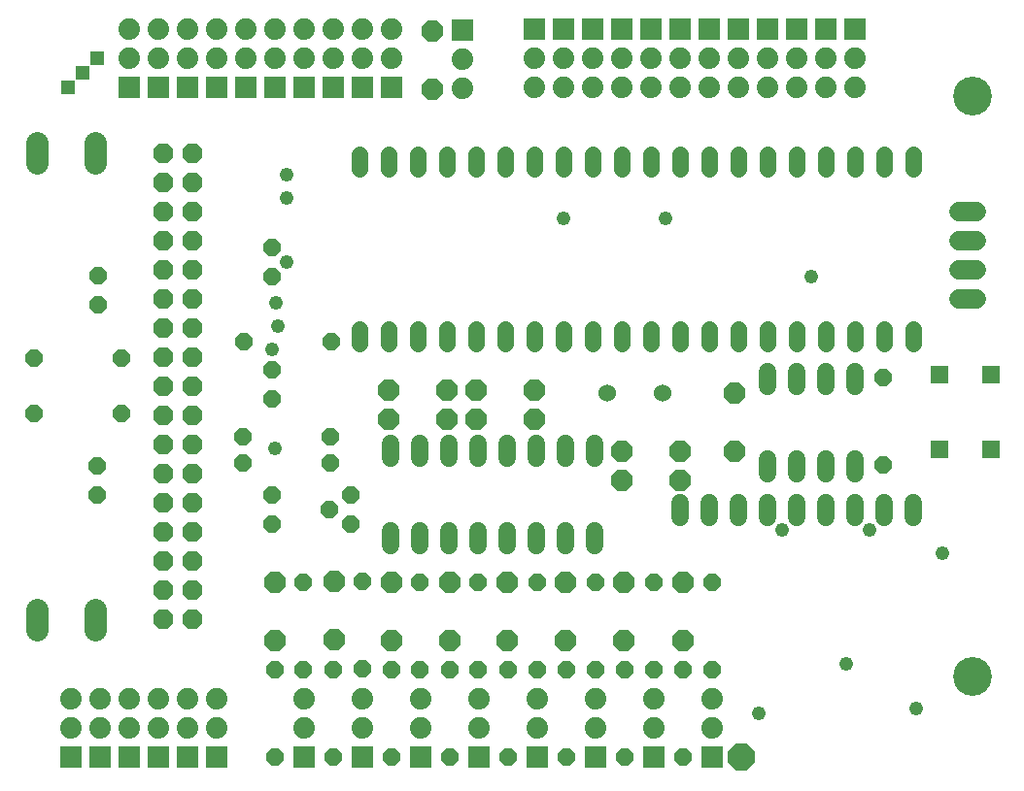
<source format=gbs>
G75*
%MOIN*%
%OFA0B0*%
%FSLAX25Y25*%
%IPPOS*%
%LPD*%
%AMOC8*
5,1,8,0,0,1.08239X$1,22.5*
%
%ADD10R,0.07400X0.07400*%
%ADD11C,0.07400*%
%ADD12C,0.06000*%
%ADD13OC8,0.07100*%
%ADD14C,0.07800*%
%ADD15OC8,0.06000*%
%ADD16C,0.05800*%
%ADD17C,0.06000*%
%ADD18OC8,0.06800*%
%ADD19C,0.13300*%
%ADD20C,0.06737*%
%ADD21R,0.05950X0.05950*%
%ADD22OC8,0.09300*%
%ADD23C,0.04762*%
%ADD24R,0.04762X0.04762*%
D10*
X0053360Y0031920D03*
X0063360Y0031920D03*
X0073360Y0031920D03*
X0083360Y0031920D03*
X0093360Y0031920D03*
X0103360Y0031920D03*
X0133360Y0031920D03*
X0153360Y0031920D03*
X0173360Y0031920D03*
X0193360Y0031920D03*
X0213360Y0031920D03*
X0233360Y0031920D03*
X0253360Y0031920D03*
X0273360Y0031920D03*
X0163360Y0261920D03*
X0153360Y0261920D03*
X0143360Y0261920D03*
X0133360Y0261920D03*
X0123360Y0261920D03*
X0113360Y0261920D03*
X0103360Y0261920D03*
X0093360Y0261920D03*
X0083360Y0261920D03*
X0073360Y0261920D03*
X0187660Y0281720D03*
X0212360Y0281920D03*
X0222360Y0281920D03*
X0232360Y0281920D03*
X0242360Y0281920D03*
X0252360Y0281920D03*
X0262360Y0281920D03*
X0272360Y0281920D03*
X0282360Y0281920D03*
X0292360Y0281920D03*
X0302360Y0281920D03*
X0312360Y0281920D03*
X0322360Y0281920D03*
D11*
X0322360Y0271920D03*
X0312360Y0271920D03*
X0312360Y0261920D03*
X0322360Y0261920D03*
X0302360Y0261920D03*
X0292360Y0261920D03*
X0282360Y0261920D03*
X0272360Y0261920D03*
X0262360Y0261920D03*
X0252360Y0261920D03*
X0242360Y0261920D03*
X0232360Y0261920D03*
X0222360Y0261920D03*
X0212360Y0261920D03*
X0212360Y0271920D03*
X0222360Y0271920D03*
X0232360Y0271920D03*
X0242360Y0271920D03*
X0252360Y0271920D03*
X0262360Y0271920D03*
X0272360Y0271920D03*
X0282360Y0271920D03*
X0292360Y0271920D03*
X0302360Y0271920D03*
X0187660Y0271720D03*
X0187660Y0261720D03*
X0163360Y0271920D03*
X0153360Y0271920D03*
X0143360Y0271920D03*
X0133360Y0271920D03*
X0123360Y0271920D03*
X0113360Y0271920D03*
X0103360Y0271920D03*
X0093360Y0271920D03*
X0083360Y0271920D03*
X0073360Y0271920D03*
X0073360Y0281920D03*
X0083360Y0281920D03*
X0093360Y0281920D03*
X0103360Y0281920D03*
X0113360Y0281920D03*
X0123360Y0281920D03*
X0133360Y0281920D03*
X0143360Y0281920D03*
X0153360Y0281920D03*
X0163360Y0281920D03*
X0153360Y0051920D03*
X0153360Y0041920D03*
X0133360Y0041920D03*
X0133360Y0051920D03*
X0103360Y0051920D03*
X0093360Y0051920D03*
X0093360Y0041920D03*
X0103360Y0041920D03*
X0083360Y0041920D03*
X0073360Y0041920D03*
X0063360Y0041920D03*
X0053360Y0041920D03*
X0053360Y0051920D03*
X0063360Y0051920D03*
X0073360Y0051920D03*
X0083360Y0051920D03*
X0173360Y0051920D03*
X0173360Y0041920D03*
X0193360Y0041920D03*
X0193360Y0051920D03*
X0213360Y0051920D03*
X0213360Y0041920D03*
X0233360Y0041920D03*
X0233360Y0051920D03*
X0253360Y0051920D03*
X0253360Y0041920D03*
X0273360Y0041920D03*
X0273360Y0051920D03*
D12*
X0232860Y0104620D02*
X0232860Y0109820D01*
X0222860Y0109820D02*
X0222860Y0104620D01*
X0212860Y0104620D02*
X0212860Y0109820D01*
X0202860Y0109820D02*
X0202860Y0104620D01*
X0192860Y0104620D02*
X0192860Y0109820D01*
X0182860Y0109820D02*
X0182860Y0104620D01*
X0172860Y0104620D02*
X0172860Y0109820D01*
X0162860Y0109820D02*
X0162860Y0104620D01*
X0162860Y0134620D02*
X0162860Y0139820D01*
X0172860Y0139820D02*
X0172860Y0134620D01*
X0182860Y0134620D02*
X0182860Y0139820D01*
X0192860Y0139820D02*
X0192860Y0134620D01*
X0202860Y0134620D02*
X0202860Y0139820D01*
X0212860Y0139820D02*
X0212860Y0134620D01*
X0222860Y0134620D02*
X0222860Y0139820D01*
X0232860Y0139820D02*
X0232860Y0134620D01*
X0262360Y0119520D02*
X0262360Y0114320D01*
X0272360Y0114320D02*
X0272360Y0119520D01*
X0282360Y0119520D02*
X0282360Y0114320D01*
X0292360Y0114320D02*
X0292360Y0119520D01*
X0302360Y0119520D02*
X0302360Y0114320D01*
X0312360Y0114320D02*
X0312360Y0119520D01*
X0322360Y0119520D02*
X0322360Y0114320D01*
X0332360Y0114320D02*
X0332360Y0119520D01*
X0342360Y0119520D02*
X0342360Y0114320D01*
X0322360Y0129320D02*
X0322360Y0134520D01*
X0312360Y0134520D02*
X0312360Y0129320D01*
X0302360Y0129320D02*
X0302360Y0134520D01*
X0292360Y0134520D02*
X0292360Y0129320D01*
X0292360Y0159320D02*
X0292360Y0164520D01*
X0302360Y0164520D02*
X0302360Y0159320D01*
X0312360Y0159320D02*
X0312360Y0164520D01*
X0322360Y0164520D02*
X0322360Y0159320D01*
D13*
X0281060Y0157220D03*
X0281060Y0137220D03*
X0262360Y0136920D03*
X0262360Y0126920D03*
X0242360Y0126920D03*
X0242360Y0136920D03*
X0212360Y0147920D03*
X0212360Y0157920D03*
X0192360Y0157920D03*
X0192360Y0147920D03*
X0182360Y0147920D03*
X0182360Y0157920D03*
X0162360Y0157920D03*
X0162360Y0147920D03*
X0163160Y0091920D03*
X0143760Y0092320D03*
X0123360Y0091920D03*
X0123360Y0071920D03*
X0143760Y0072320D03*
X0163160Y0071920D03*
X0183360Y0071920D03*
X0202910Y0071920D03*
X0202910Y0091920D03*
X0183360Y0091920D03*
X0223060Y0091920D03*
X0243060Y0091920D03*
X0263360Y0091920D03*
X0263360Y0071920D03*
X0243060Y0071920D03*
X0223060Y0071920D03*
X0177360Y0261420D03*
X0177360Y0281420D03*
D14*
X0061560Y0243020D02*
X0061560Y0236020D01*
X0041560Y0236020D02*
X0041560Y0243020D01*
X0041560Y0082620D02*
X0041560Y0075620D01*
X0061560Y0075620D02*
X0061560Y0082620D01*
D15*
X0062360Y0121920D03*
X0062360Y0131920D03*
X0070560Y0150020D03*
X0070660Y0169020D03*
X0062560Y0187320D03*
X0062560Y0197320D03*
X0040660Y0169020D03*
X0040560Y0150020D03*
X0112360Y0141920D03*
X0112360Y0132920D03*
X0122360Y0121920D03*
X0122360Y0111920D03*
X0141860Y0116920D03*
X0149360Y0111920D03*
X0149360Y0121920D03*
X0142360Y0132920D03*
X0142360Y0141920D03*
X0122360Y0154920D03*
X0122360Y0164920D03*
X0112660Y0174620D03*
X0122360Y0196920D03*
X0122360Y0206920D03*
X0142660Y0174620D03*
X0153360Y0092420D03*
X0172860Y0091920D03*
X0192960Y0091920D03*
X0213260Y0091920D03*
X0233360Y0091920D03*
X0253360Y0091920D03*
X0273360Y0091920D03*
X0273360Y0061920D03*
X0263360Y0061920D03*
X0253360Y0061920D03*
X0243360Y0061920D03*
X0233360Y0061920D03*
X0223360Y0061920D03*
X0213260Y0061920D03*
X0203360Y0061920D03*
X0192960Y0061920D03*
X0183360Y0061920D03*
X0172860Y0061920D03*
X0163360Y0061920D03*
X0153360Y0062420D03*
X0143360Y0061920D03*
X0132860Y0061920D03*
X0123360Y0061920D03*
X0123360Y0031920D03*
X0143360Y0031920D03*
X0163360Y0031920D03*
X0183360Y0031920D03*
X0203360Y0031920D03*
X0223360Y0031920D03*
X0243360Y0031920D03*
X0263360Y0031920D03*
X0332060Y0132320D03*
X0332060Y0162320D03*
X0132860Y0091920D03*
D16*
X0152360Y0173920D02*
X0152360Y0178920D01*
X0162360Y0178920D02*
X0162360Y0173920D01*
X0172360Y0173920D02*
X0172360Y0178920D01*
X0182360Y0178920D02*
X0182360Y0173920D01*
X0192360Y0173920D02*
X0192360Y0178920D01*
X0202360Y0178920D02*
X0202360Y0173920D01*
X0212360Y0173920D02*
X0212360Y0178920D01*
X0222360Y0178920D02*
X0222360Y0173920D01*
X0232360Y0173920D02*
X0232360Y0178920D01*
X0242360Y0178920D02*
X0242360Y0173920D01*
X0252360Y0173920D02*
X0252360Y0178920D01*
X0262360Y0178920D02*
X0262360Y0173920D01*
X0272360Y0173920D02*
X0272360Y0178920D01*
X0282360Y0178920D02*
X0282360Y0173920D01*
X0292360Y0173920D02*
X0292360Y0178920D01*
X0302360Y0178920D02*
X0302360Y0173920D01*
X0312360Y0173920D02*
X0312360Y0178920D01*
X0322360Y0178920D02*
X0322360Y0173920D01*
X0332360Y0173920D02*
X0332360Y0178920D01*
X0342360Y0178920D02*
X0342360Y0173920D01*
X0342360Y0233920D02*
X0342360Y0238920D01*
X0332360Y0238920D02*
X0332360Y0233920D01*
X0322360Y0233920D02*
X0322360Y0238920D01*
X0312360Y0238920D02*
X0312360Y0233920D01*
X0302360Y0233920D02*
X0302360Y0238920D01*
X0292360Y0238920D02*
X0292360Y0233920D01*
X0282360Y0233920D02*
X0282360Y0238920D01*
X0272360Y0238920D02*
X0272360Y0233920D01*
X0262360Y0233920D02*
X0262360Y0238920D01*
X0252360Y0238920D02*
X0252360Y0233920D01*
X0242360Y0233920D02*
X0242360Y0238920D01*
X0232360Y0238920D02*
X0232360Y0233920D01*
X0222360Y0233920D02*
X0222360Y0238920D01*
X0212360Y0238920D02*
X0212360Y0233920D01*
X0202360Y0233920D02*
X0202360Y0238920D01*
X0192360Y0238920D02*
X0192360Y0233920D01*
X0182360Y0233920D02*
X0182360Y0238920D01*
X0172360Y0238920D02*
X0172360Y0233920D01*
X0162360Y0233920D02*
X0162360Y0238920D01*
X0152360Y0238920D02*
X0152360Y0233920D01*
D17*
X0237360Y0156920D03*
X0256360Y0156920D03*
D18*
X0094860Y0159420D03*
X0084860Y0159420D03*
X0084860Y0169420D03*
X0094860Y0169420D03*
X0094860Y0179420D03*
X0084860Y0179420D03*
X0084860Y0189420D03*
X0094860Y0189420D03*
X0094860Y0199420D03*
X0084860Y0199420D03*
X0084860Y0209420D03*
X0094860Y0209420D03*
X0094860Y0219420D03*
X0084860Y0219420D03*
X0084860Y0229420D03*
X0094860Y0229420D03*
X0094860Y0239420D03*
X0084860Y0239420D03*
X0084860Y0149420D03*
X0094860Y0149420D03*
X0094860Y0139420D03*
X0084860Y0139420D03*
X0084860Y0129420D03*
X0094860Y0129420D03*
X0094860Y0119420D03*
X0084860Y0119420D03*
X0084860Y0109420D03*
X0094860Y0109420D03*
X0094860Y0099420D03*
X0084860Y0099420D03*
X0084860Y0089420D03*
X0094860Y0089420D03*
X0094860Y0079420D03*
X0084860Y0079420D03*
D19*
X0362560Y0059720D03*
X0362560Y0259120D03*
D20*
X0364029Y0219420D02*
X0358091Y0219420D01*
X0358091Y0209420D02*
X0364029Y0209420D01*
X0364029Y0199420D02*
X0358091Y0199420D01*
X0358091Y0189420D02*
X0364029Y0189420D01*
D21*
X0368906Y0163415D03*
X0351189Y0163415D03*
X0351189Y0137825D03*
X0368906Y0137825D03*
D22*
X0283360Y0031920D03*
D23*
X0289360Y0047170D03*
X0319360Y0063920D03*
X0343160Y0048770D03*
X0352360Y0101920D03*
X0327360Y0109920D03*
X0297360Y0109920D03*
X0307360Y0196920D03*
X0257360Y0216920D03*
X0222360Y0216920D03*
X0127360Y0223920D03*
X0127360Y0231920D03*
X0127360Y0201920D03*
X0123760Y0187920D03*
X0124360Y0180020D03*
X0122360Y0171920D03*
X0123360Y0137920D03*
D24*
X0052360Y0261920D03*
X0057360Y0266920D03*
X0062360Y0271920D03*
M02*

</source>
